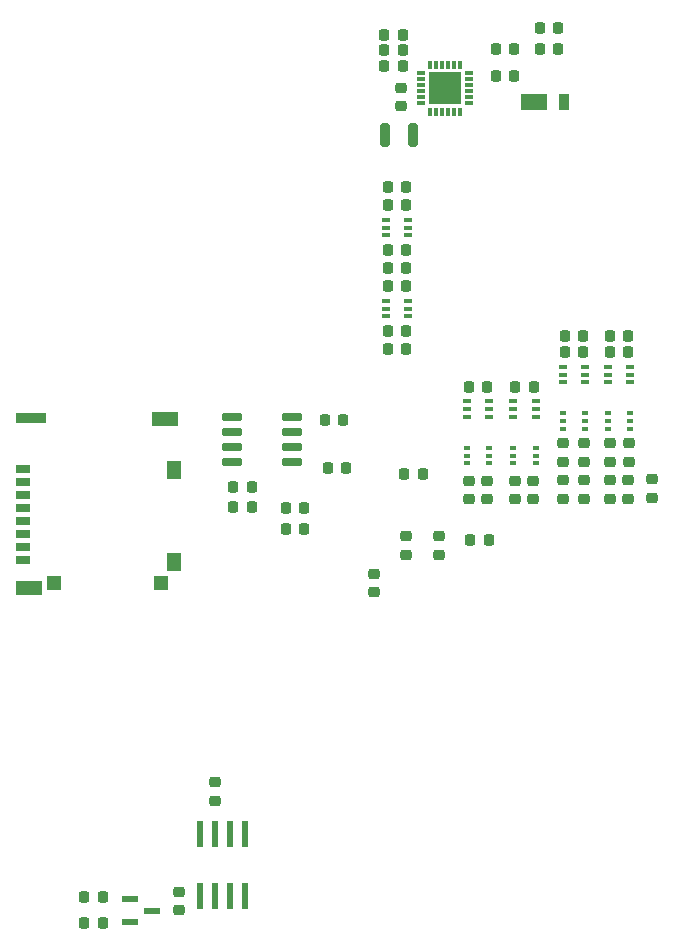
<source format=gbp>
G04 #@! TF.GenerationSoftware,KiCad,Pcbnew,(6.0.5-0)*
G04 #@! TF.CreationDate,2023-01-12T14:03:17-08:00*
G04 #@! TF.ProjectId,mainboard,6d61696e-626f-4617-9264-2e6b69636164,rev?*
G04 #@! TF.SameCoordinates,Original*
G04 #@! TF.FileFunction,Paste,Bot*
G04 #@! TF.FilePolarity,Positive*
%FSLAX46Y46*%
G04 Gerber Fmt 4.6, Leading zero omitted, Abs format (unit mm)*
G04 Created by KiCad (PCBNEW (6.0.5-0)) date 2023-01-12 14:03:17*
%MOMM*%
%LPD*%
G01*
G04 APERTURE LIST*
G04 Aperture macros list*
%AMRoundRect*
0 Rectangle with rounded corners*
0 $1 Rounding radius*
0 $2 $3 $4 $5 $6 $7 $8 $9 X,Y pos of 4 corners*
0 Add a 4 corners polygon primitive as box body*
4,1,4,$2,$3,$4,$5,$6,$7,$8,$9,$2,$3,0*
0 Add four circle primitives for the rounded corners*
1,1,$1+$1,$2,$3*
1,1,$1+$1,$4,$5*
1,1,$1+$1,$6,$7*
1,1,$1+$1,$8,$9*
0 Add four rect primitives between the rounded corners*
20,1,$1+$1,$2,$3,$4,$5,0*
20,1,$1+$1,$4,$5,$6,$7,0*
20,1,$1+$1,$6,$7,$8,$9,0*
20,1,$1+$1,$8,$9,$2,$3,0*%
G04 Aperture macros list end*
%ADD10RoundRect,0.218750X-0.218750X-0.256250X0.218750X-0.256250X0.218750X0.256250X-0.218750X0.256250X0*%
%ADD11RoundRect,0.218750X0.256250X-0.218750X0.256250X0.218750X-0.256250X0.218750X-0.256250X-0.218750X0*%
%ADD12RoundRect,0.218750X-0.256250X0.218750X-0.256250X-0.218750X0.256250X-0.218750X0.256250X0.218750X0*%
%ADD13R,0.609600X2.209800*%
%ADD14R,1.320800X0.558800*%
%ADD15R,1.240000X0.800000*%
%ADD16R,1.200000X1.160000*%
%ADD17R,2.500000X0.950000*%
%ADD18R,2.200000X1.150000*%
%ADD19R,1.150000X1.500000*%
%ADD20R,1.250000X1.160000*%
%ADD21RoundRect,0.218750X0.218750X0.256250X-0.218750X0.256250X-0.218750X-0.256250X0.218750X-0.256250X0*%
%ADD22RoundRect,0.150000X-0.725000X-0.150000X0.725000X-0.150000X0.725000X0.150000X-0.725000X0.150000X0*%
%ADD23R,0.300000X0.800000*%
%ADD24R,0.800000X0.300000*%
%ADD25R,2.800000X2.800000*%
%ADD26RoundRect,0.177600X-0.222400X-0.822400X0.222400X-0.822400X0.222400X0.822400X-0.222400X0.822400X0*%
%ADD27R,0.600000X0.400000*%
%ADD28R,0.650000X0.400000*%
%ADD29R,0.900000X1.400000*%
%ADD30R,2.200000X1.400000*%
G04 APERTURE END LIST*
D10*
X134467500Y-100076000D03*
X136042500Y-100076000D03*
D11*
X151892000Y-105816500D03*
X151892000Y-104241500D03*
X149098000Y-105816500D03*
X149098000Y-104241500D03*
D12*
X164211000Y-99501696D03*
X164211000Y-101076696D03*
D13*
X135509000Y-134696200D03*
X134239000Y-134696200D03*
X132969000Y-134696200D03*
X131699000Y-134696200D03*
X131699000Y-129463800D03*
X132969000Y-129463800D03*
X134239000Y-129463800D03*
X135509000Y-129463800D03*
D10*
X121865600Y-136954096D03*
X123440600Y-136954096D03*
X121865600Y-134795096D03*
X123440600Y-134795096D03*
D12*
X129921000Y-134340500D03*
X129921000Y-135915500D03*
D14*
X125713800Y-136890596D03*
X125713800Y-134985596D03*
X127593400Y-135938096D03*
D10*
X142214500Y-94361000D03*
X143789500Y-94361000D03*
X142468500Y-98425000D03*
X144043500Y-98425000D03*
D15*
X116708000Y-98573000D03*
X116708000Y-99673000D03*
X116708000Y-100773000D03*
X116708000Y-101873000D03*
X116708000Y-102973000D03*
X116708000Y-104073000D03*
X116708000Y-105173000D03*
X116708000Y-106273000D03*
D16*
X128338000Y-108213000D03*
D17*
X117338000Y-94228000D03*
D18*
X117188000Y-108618000D03*
X128668000Y-94328000D03*
D19*
X129463000Y-98633000D03*
X129463000Y-106413000D03*
D20*
X119338000Y-108213000D03*
D12*
X146431000Y-107416500D03*
X146431000Y-108991500D03*
D21*
X140487500Y-101854000D03*
X138912500Y-101854000D03*
D22*
X134331000Y-97917000D03*
X134331000Y-96647000D03*
X134331000Y-95377000D03*
X134331000Y-94107000D03*
X139481000Y-94107000D03*
X139481000Y-95377000D03*
X139481000Y-96647000D03*
X139481000Y-97917000D03*
D10*
X147269100Y-61798200D03*
X148844100Y-61798200D03*
D23*
X151150000Y-64294000D03*
X151650000Y-64294000D03*
X152150000Y-64294000D03*
X152650000Y-64294000D03*
X153150000Y-64294000D03*
X153650000Y-64294000D03*
D24*
X154400000Y-65044000D03*
X154400000Y-65544000D03*
X154400000Y-66044000D03*
X154400000Y-66544000D03*
X154400000Y-67044000D03*
X154400000Y-67544000D03*
D23*
X153650000Y-68294000D03*
X153150000Y-68294000D03*
X152650000Y-68294000D03*
X152150000Y-68294000D03*
X151650000Y-68294000D03*
X151150000Y-68294000D03*
D24*
X150400000Y-67544000D03*
X150400000Y-67044000D03*
X150400000Y-66544000D03*
X150400000Y-66044000D03*
X150400000Y-65544000D03*
X150400000Y-65044000D03*
D25*
X152400000Y-66294000D03*
D21*
X158267500Y-65278000D03*
X156692500Y-65278000D03*
D11*
X148666200Y-67818100D03*
X148666200Y-66243100D03*
D21*
X162001300Y-62941200D03*
X160426300Y-62941200D03*
X148818700Y-64414400D03*
X147243700Y-64414400D03*
D10*
X156692500Y-62941200D03*
X158267500Y-62941200D03*
D21*
X148844100Y-63093600D03*
X147269100Y-63093600D03*
D12*
X162433000Y-99501696D03*
X162433000Y-101076696D03*
D21*
X156108500Y-104517000D03*
X154533500Y-104517000D03*
D10*
X148945500Y-98933000D03*
X150520500Y-98933000D03*
D21*
X162001300Y-61214000D03*
X160426300Y-61214000D03*
D26*
X147320000Y-70231000D03*
X149720000Y-70231000D03*
D10*
X147548500Y-83058000D03*
X149123500Y-83058000D03*
D12*
X159893000Y-99542500D03*
X159893000Y-101117500D03*
X164211000Y-96367500D03*
X164211000Y-97942500D03*
X168021000Y-96367500D03*
X168021000Y-97942500D03*
D27*
X158181000Y-98059000D03*
X158181000Y-97409000D03*
X158181000Y-96759000D03*
X160081000Y-96759000D03*
X160081000Y-97409000D03*
X160081000Y-98059000D03*
D28*
X166182000Y-91201000D03*
X166182000Y-90551000D03*
X166182000Y-89901000D03*
X168082000Y-89901000D03*
X168082000Y-90551000D03*
X168082000Y-91201000D03*
D27*
X166182000Y-95138000D03*
X166182000Y-94488000D03*
X166182000Y-93838000D03*
X168082000Y-93838000D03*
X168082000Y-94488000D03*
X168082000Y-95138000D03*
D10*
X147548500Y-88392000D03*
X149123500Y-88392000D03*
D21*
X149123500Y-81534000D03*
X147548500Y-81534000D03*
X149123500Y-74676000D03*
X147548500Y-74676000D03*
D10*
X147548500Y-76200000D03*
X149123500Y-76200000D03*
X154406500Y-91567000D03*
X155981500Y-91567000D03*
D11*
X158369000Y-101117500D03*
X158369000Y-99542500D03*
D10*
X162534500Y-87249000D03*
X164109500Y-87249000D03*
X166344500Y-87249000D03*
X167919500Y-87249000D03*
X162534500Y-88646000D03*
X164109500Y-88646000D03*
X166344500Y-88646000D03*
X167919500Y-88646000D03*
D11*
X166370000Y-97942500D03*
X166370000Y-96367500D03*
D28*
X162372000Y-91201000D03*
X162372000Y-90551000D03*
X162372000Y-89901000D03*
X164272000Y-89901000D03*
X164272000Y-90551000D03*
X164272000Y-91201000D03*
D27*
X162372000Y-95138000D03*
X162372000Y-94488000D03*
X162372000Y-93838000D03*
X164272000Y-93838000D03*
X164272000Y-94488000D03*
X164272000Y-95138000D03*
D28*
X158181000Y-94122000D03*
X158181000Y-93472000D03*
X158181000Y-92822000D03*
X160081000Y-92822000D03*
X160081000Y-93472000D03*
X160081000Y-94122000D03*
D11*
X155956000Y-101117500D03*
X155956000Y-99542500D03*
D27*
X154244000Y-98059000D03*
X154244000Y-97409000D03*
X154244000Y-96759000D03*
X156144000Y-96759000D03*
X156144000Y-97409000D03*
X156144000Y-98059000D03*
D12*
X154432000Y-99542500D03*
X154432000Y-101117500D03*
D10*
X158343500Y-91567000D03*
X159918500Y-91567000D03*
D11*
X162433000Y-97942500D03*
X162433000Y-96367500D03*
D12*
X166370000Y-99504400D03*
X166370000Y-101079400D03*
X167894000Y-99479000D03*
X167894000Y-101054000D03*
D11*
X169926000Y-100990500D03*
X169926000Y-99415500D03*
D29*
X162486000Y-67500500D03*
D30*
X159936000Y-67500500D03*
D28*
X147386000Y-78755000D03*
X147386000Y-78105000D03*
X147386000Y-77455000D03*
X149286000Y-77455000D03*
X149286000Y-78105000D03*
X149286000Y-78755000D03*
X147386000Y-85613000D03*
X147386000Y-84963000D03*
X147386000Y-84313000D03*
X149286000Y-84313000D03*
X149286000Y-84963000D03*
X149286000Y-85613000D03*
D21*
X149123500Y-80010000D03*
X147548500Y-80010000D03*
D10*
X147548500Y-86868000D03*
X149123500Y-86868000D03*
D28*
X154244000Y-94122000D03*
X154244000Y-93472000D03*
X154244000Y-92822000D03*
X156144000Y-92822000D03*
X156144000Y-93472000D03*
X156144000Y-94122000D03*
D10*
X138912500Y-103632000D03*
X140487500Y-103632000D03*
X134467500Y-101727000D03*
X136042500Y-101727000D03*
D12*
X132969000Y-125069500D03*
X132969000Y-126644500D03*
M02*

</source>
